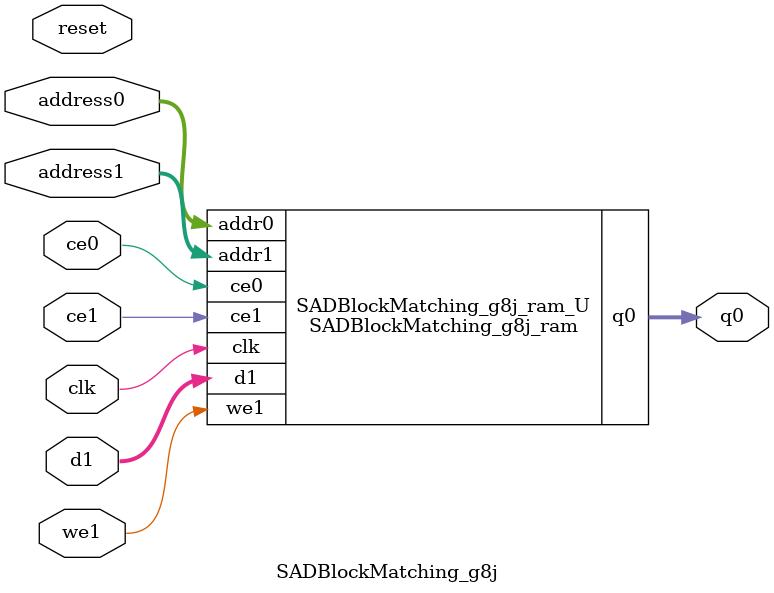
<source format=v>

`timescale 1 ns / 1 ps
module SADBlockMatching_g8j_ram (addr0, ce0, q0, addr1, ce1, d1, we1,  clk);

parameter DWIDTH = 8;
parameter AWIDTH = 11;
parameter MEM_SIZE = 1292;

input[AWIDTH-1:0] addr0;
input ce0;
output reg[DWIDTH-1:0] q0;
input[AWIDTH-1:0] addr1;
input ce1;
input[DWIDTH-1:0] d1;
input we1;
input clk;

(* ram_style = "block" *)reg [DWIDTH-1:0] ram[0:MEM_SIZE-1];




always @(posedge clk)  
begin 
    if (ce0) 
    begin
            q0 <= ram[addr0];
    end
end


always @(posedge clk)  
begin 
    if (ce1) 
    begin
        if (we1) 
        begin 
            ram[addr1] <= d1; 
        end 
    end
end


endmodule


`timescale 1 ns / 1 ps
module SADBlockMatching_g8j(
    reset,
    clk,
    address0,
    ce0,
    q0,
    address1,
    ce1,
    we1,
    d1);

parameter DataWidth = 32'd8;
parameter AddressRange = 32'd1292;
parameter AddressWidth = 32'd11;
input reset;
input clk;
input[AddressWidth - 1:0] address0;
input ce0;
output[DataWidth - 1:0] q0;
input[AddressWidth - 1:0] address1;
input ce1;
input we1;
input[DataWidth - 1:0] d1;



SADBlockMatching_g8j_ram SADBlockMatching_g8j_ram_U(
    .clk( clk ),
    .addr0( address0 ),
    .ce0( ce0 ),
    .q0( q0 ),
    .addr1( address1 ),
    .ce1( ce1 ),
    .d1( d1 ),
    .we1( we1 ));

endmodule


</source>
